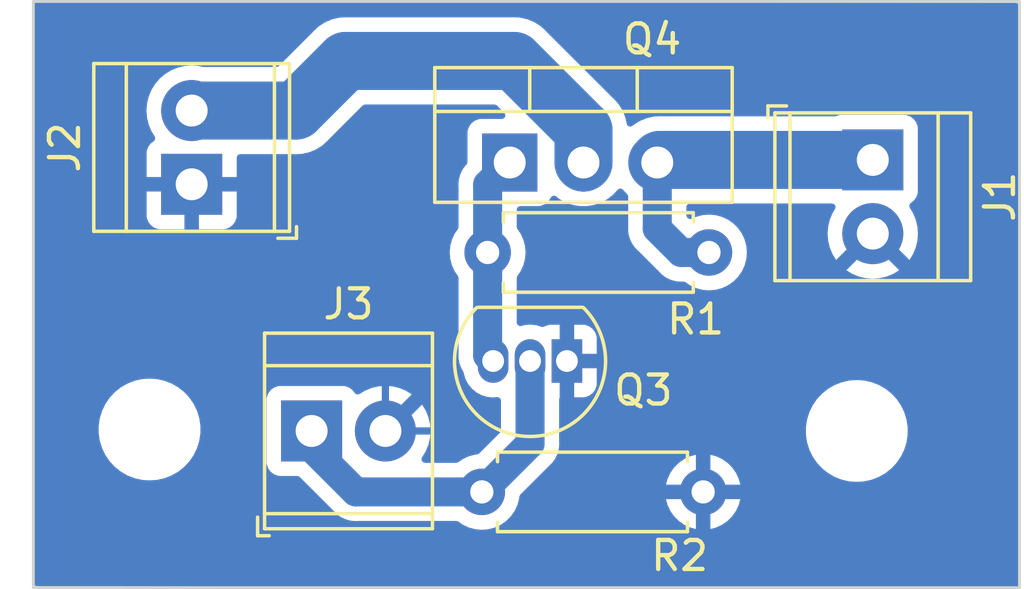
<source format=kicad_pcb>
(kicad_pcb (version 20240108) (generator "pcbnew") (generator_version "8.0")
  (layers (0 "F.Cu" signal) (31 "B.Cu" signal) (34 "B.Paste" user) (35 "F.Paste" user) (36 "B.SilkS" user "B.Silkscreen") (37 "F.SilkS" user "F.Silkscreen") (38 "B.Mask" user) (39 "F.Mask" user) (44 "Edge.Cuts" user))
  (net 0 "")
  (net 1 "Net-(J1-Pin_1)")
  (net 2 "GND")
  (net 3 "Net-(J2-Pin_2)")
  (net 4 "Net-(J3-Pin_1)")
  (net 5 "Net-(Q3-D)")
  (footprint "Resistor_THT:R_Axial_DIN0207_L6.3mm_D2.5mm_P7.62mm_Horizontal" (layer "F.Cu") (at 108.61 50.1 180)
    (property "Reference" "R1" (at 0.46 -2.3 0) (layer "F.SilkS"))
    (property "Value" "100k")
    (fp_line (start 7.08 1.37) (end 7.08 1.04) (stroke (width 0.12)) (layer "F.SilkS"))
    (fp_line (start 7.08 -1.37) (end 7.08 -1.04) (stroke (width 0.12)) (layer "F.SilkS"))
    (fp_line (start 0.54 1.37) (end 7.08 1.37) (stroke (width 0.12)) (layer "F.SilkS"))
    (fp_line (start 0.54 1.04) (end 0.54 1.37) (stroke (width 0.12)) (layer "F.SilkS"))
    (fp_line (start 0.54 -1.04) (end 0.54 -1.37) (stroke (width 0.12)) (layer "F.SilkS"))
    (fp_line (start 0.54 -1.37) (end 7.08 -1.37) (stroke (width 0.12)) (layer "F.SilkS"))
    (pad "1" thru_hole circle (at 0 0 180) (size 1.6 1.6) (drill 0.8) (layers "*.Cu" "*.Mask") (net 1 "Net-(J1-Pin_1)"))
    (pad "2" thru_hole oval (at 7.62 0 180) (size 1.6 1.6) (drill 0.8) (layers "*.Cu" "*.Mask") (net 5 "Net-(Q3-D)"))
  )
  (footprint "MountingHole:MountingHole_3mm" (layer "F.Cu") (at 113.7 56.25)
    (property "Reference" "H2" (hide yes))
    (property "Value" "MountingHole")
    (pad "" np_thru_hole circle (at 0 0) (size 3 3) (drill 3) (layers "*.Cu" "*.Mask"))
  )
  (footprint "TerminalBlock_TE-Connectivity:TerminalBlock_TE_282834-2_1x02_P2.54mm_Horizontal" (layer "F.Cu") (at 114.25 46.91 -90)
    (property "Reference" "J1" (at 1.27 -4.37 90) (layer "F.SilkS"))
    (property "Value" "Conn_01x02_Pin")
    (fp_line (start -1.86 3.61) (end -1.46 3.61) (stroke (width 0.12)) (layer "F.SilkS"))
    (fp_line (start -1.62 3.37) (end 4.16 3.37) (stroke (width 0.12)) (layer "F.SilkS"))
    (fp_line (start -1.86 2.97) (end -1.86 3.61) (stroke (width 0.12)) (layer "F.SilkS"))
    (fp_line (start -1.62 2.85) (end 4.16 2.85) (stroke (width 0.12)) (layer "F.SilkS"))
    (fp_line (start -1.62 -2.25) (end 4.16 -2.25) (stroke (width 0.12)) (layer "F.SilkS"))
    (fp_line (start -1.62 -3.37) (end -1.62 3.37) (stroke (width 0.12)) (layer "F.SilkS"))
    (fp_line (start -1.62 -3.37) (end 4.16 -3.37) (stroke (width 0.12)) (layer "F.SilkS"))
    (fp_line (start 4.16 -3.37) (end 4.16 3.37) (stroke (width 0.12)) (layer "F.SilkS"))
    (pad "1" thru_hole rect (at 0 0 270) (size 2.1 2.1) (drill 1.1) (layers "*.Cu" "*.Mask") (net 1 "Net-(J1-Pin_1)"))
    (pad "2" thru_hole circle (at 2.54 0 270) (size 2.1 2.1) (drill 1.1) (layers "*.Cu" "*.Mask") (net 2 "GND"))
  )
  (footprint "TerminalBlock_TE-Connectivity:TerminalBlock_TE_282834-2_1x02_P2.54mm_Horizontal" (layer "F.Cu") (at 94.93 56.25)
    (property "Reference" "J3" (at 1.27 -4.37 0) (layer "F.SilkS"))
    (property "Value" "Conn_01x02_Pin")
    (fp_line (start -1.86 2.97) (end -1.86 3.61) (stroke (width 0.12)) (layer "F.SilkS"))
    (fp_line (start -1.86 3.61) (end -1.46 3.61) (stroke (width 0.12)) (layer "F.SilkS"))
    (fp_line (start -1.62 -3.37) (end -1.62 3.37) (stroke (width 0.12)) (layer "F.SilkS"))
    (fp_line (start -1.62 -3.37) (end 4.16 -3.37) (stroke (width 0.12)) (layer "F.SilkS"))
    (fp_line (start -1.62 -2.25) (end 4.16 -2.25) (stroke (width 0.12)) (layer "F.SilkS"))
    (fp_line (start -1.62 2.85) (end 4.16 2.85) (stroke (width 0.12)) (layer "F.SilkS"))
    (fp_line (start -1.62 3.37) (end 4.16 3.37) (stroke (width 0.12)) (layer "F.SilkS"))
    (fp_line (start 4.16 -3.37) (end 4.16 3.37) (stroke (width 0.12)) (layer "F.SilkS"))
    (pad "1" thru_hole rect (at 0 0) (size 2.1 2.1) (drill 1.1) (layers "*.Cu" "*.Mask") (net 4 "Net-(J3-Pin_1)"))
    (pad "2" thru_hole circle (at 2.54 0) (size 2.1 2.1) (drill 1.1) (layers "*.Cu" "*.Mask") (net 2 "GND"))
  )
  (footprint "Resistor_THT:R_Axial_DIN0207_L6.3mm_D2.5mm_P7.62mm_Horizontal" (layer "F.Cu") (at 100.79 58.35)
    (property "Reference" "R2" (at 6.81 2.2 0) (layer "F.SilkS"))
    (property "Value" "100k")
    (fp_line (start 0.54 -1.37) (end 7.08 -1.37) (stroke (width 0.12)) (layer "F.SilkS"))
    (fp_line (start 0.54 -1.04) (end 0.54 -1.37) (stroke (width 0.12)) (layer "F.SilkS"))
    (fp_line (start 0.54 1.04) (end 0.54 1.37) (stroke (width 0.12)) (layer "F.SilkS"))
    (fp_line (start 0.54 1.37) (end 7.08 1.37) (stroke (width 0.12)) (layer "F.SilkS"))
    (fp_line (start 7.08 -1.37) (end 7.08 -1.04) (stroke (width 0.12)) (layer "F.SilkS"))
    (fp_line (start 7.08 1.37) (end 7.08 1.04) (stroke (width 0.12)) (layer "F.SilkS"))
    (pad "1" thru_hole circle (at 0 0) (size 1.6 1.6) (drill 0.8) (layers "*.Cu" "*.Mask") (net 4 "Net-(J3-Pin_1)"))
    (pad "2" thru_hole oval (at 7.62 0) (size 1.6 1.6) (drill 0.8) (layers "*.Cu" "*.Mask") (net 2 "GND"))
  )
  (footprint "TerminalBlock_TE-Connectivity:TerminalBlock_TE_282834-2_1x02_P2.54mm_Horizontal" (layer "F.Cu") (at 90.8 47.75 90)
    (property "Reference" "J2" (at 1.27 -4.37 90) (layer "F.SilkS"))
    (property "Value" "Conn_01x02_Pin" (hide yes))
    (fp_line (start 4.16 -3.37) (end 4.16 3.37) (stroke (width 0.12)) (layer "F.SilkS"))
    (fp_line (start -1.62 -3.37) (end 4.16 -3.37) (stroke (width 0.12)) (layer "F.SilkS"))
    (fp_line (start -1.62 -3.37) (end -1.62 3.37) (stroke (width 0.12)) (layer "F.SilkS"))
    (fp_line (start -1.62 -2.25) (end 4.16 -2.25) (stroke (width 0.12)) (layer "F.SilkS"))
    (fp_line (start -1.62 2.85) (end 4.16 2.85) (stroke (width 0.12)) (layer "F.SilkS"))
    (fp_line (start -1.86 2.97) (end -1.86 3.61) (stroke (width 0.12)) (layer "F.SilkS"))
    (fp_line (start -1.62 3.37) (end 4.16 3.37) (stroke (width 0.12)) (layer "F.SilkS"))
    (fp_line (start -1.86 3.61) (end -1.46 3.61) (stroke (width 0.12)) (layer "F.SilkS"))
    (pad "1" thru_hole rect (at 0 0 90) (size 2.1 2.1) (drill 1.1) (layers "*.Cu" "*.Mask") (net 2 "GND"))
    (pad "2" thru_hole circle (at 2.54 0 90) (size 2.1 2.1) (drill 1.1) (layers "*.Cu" "*.Mask") (net 3 "Net-(J2-Pin_2)"))
  )
  (footprint "Package_TO_SOT_THT:TO-220-3_Vertical" (layer "F.Cu") (at 101.75 47)
    (property "Reference" "Q4" (at 4.9 -4.25 0) (layer "F.SilkS"))
    (property "Value" "IRF4905")
    (fp_line (start -2.58 -3.27) (end -2.58 1.371) (stroke (width 0.12)) (layer "F.SilkS"))
    (fp_line (start -2.58 -3.27) (end 7.66 -3.27) (stroke (width 0.12)) (layer "F.SilkS"))
    (fp_line (start -2.58 -1.76) (end 7.66 -1.76) (stroke (width 0.12)) (layer "F.SilkS"))
    (fp_line (start -2.58 1.371) (end 7.66 1.371) (stroke (width 0.12)) (layer "F.SilkS"))
    (fp_line (start 0.69 -3.27) (end 0.69 -1.76) (stroke (width 0.12)) (layer "F.SilkS"))
    (fp_line (start 4.391 -3.27) (end 4.391 -1.76) (stroke (width 0.12)) (layer "F.SilkS"))
    (fp_line (start 7.66 -3.27) (end 7.66 1.371) (stroke (width 0.12)) (layer "F.SilkS"))
    (pad "1" thru_hole rect (at 0 0) (size 1.905 2) (drill 1.1) (layers "*.Cu" "*.Mask") (net 5 "Net-(Q3-D)"))
    (pad "2" thru_hole oval (at 2.54 0) (size 1.905 2) (drill 1.1) (layers "*.Cu" "*.Mask") (net 3 "Net-(J2-Pin_2)"))
    (pad "3" thru_hole oval (at 5.08 0) (size 1.905 2) (drill 1.1) (layers "*.Cu" "*.Mask") (net 1 "Net-(J1-Pin_1)"))
  )
  (footprint "MountingHole:MountingHole_3mm" (layer "F.Cu") (at 89.35 56.2)
    (property "Reference" "H1" (hide yes))
    (property "Value" "MountingHole")
    (pad "" np_thru_hole circle (at 0 0) (size 3 3) (drill 3) (layers "*.Cu" "*.Mask"))
  )
  (footprint "Package_TO_SOT_THT:TO-92_Inline" (layer "F.Cu") (at 103.72 53.84 180)
    (property "Reference" "Q3" (at -2.63 -1.01 0) (layer "F.SilkS"))
    (property "Value" "2N7000" (hide yes))
    (fp_line (start -0.53 1.85) (end 3.07 1.85) (stroke (width 0.12)) (layer "F.SilkS"))
    (fp_arc (start 1.27 -2.6) (mid 3.672087 -0.994977) (end 3.108478 1.838478) (stroke (width 0.12)) (layer "F.SilkS"))
    (fp_arc (start -0.568478 1.838478) (mid -1.132087 -0.994977) (end 1.27 -2.6) (stroke (width 0.12)) (layer "F.SilkS"))
    (pad "1" thru_hole rect (at 0 0 180) (size 1.05 1.5) (drill 0.75) (layers "*.Cu" "*.Mask") (net 2 "GND"))
    (pad "2" thru_hole oval (at 1.27 0 180) (size 1.05 1.5) (drill 0.75) (layers "*.Cu" "*.Mask") (net 4 "Net-(J3-Pin_1)"))
    (pad "3" thru_hole oval (at 2.54 0 180) (size 1.05 1.5) (drill 0.75) (layers "*.Cu" "*.Mask") (net 5 "Net-(Q3-D)"))
  )
  (gr_rect (start 85.35 41.45) (end 119.3 61.65) (stroke (width 0.1)) (fill none) (layer "Edge.Cuts"))
  (segment (start 108.61 50.1) (end 107.65 50.1) (width 1) (layer "B.Cu") (net 1))
  (segment (start 114.25 46.91) (end 106.92 46.91) (width 2) (layer "B.Cu") (net 1))
  (segment (start 106.92 46.91) (end 106.83 47) (width 2) (layer "B.Cu") (net 1))
  (segment (start 106.83 49.28) (end 106.83 47) (width 1) (layer "B.Cu") (net 1))
  (segment (start 107.65 50.1) (end 106.83 49.28) (width 1) (layer "B.Cu") (net 1))
  (segment (start 97.47 54.03) (end 97.55 53.95) (width 0.25) (layer "B.Cu") (net 2))
  (segment (start 97.47 56.25) (end 97.47 54.03) (width 0.25) (layer "B.Cu") (net 2))
  (segment (start 97.47 56.25) (end 99.3 56.25) (width 0.25) (layer "B.Cu") (net 2))
  (segment (start 99.3 56.25) (end 99.35 56.2) (width 0.25) (layer "B.Cu") (net 2))
  (segment (start 90.8 45.21) (end 94.39 45.21) (width 2) (layer "B.Cu") (net 3))
  (segment (start 96.1 43.5) (end 101.899556 43.5) (width 2) (layer "B.Cu") (net 3))
  (segment (start 101.899556 43.5) (end 104.29 45.890444) (width 2) (layer "B.Cu") (net 3))
  (segment (start 94.39 45.21) (end 96.1 43.5) (width 2) (layer "B.Cu") (net 3))
  (segment (start 104.29 45.890444) (end 104.29 47) (width 2) (layer "B.Cu") (net 3))
  (segment (start 102.45 53.84) (end 102.45 56.69) (width 1) (layer "B.Cu") (net 4))
  (segment (start 96.45 58.35) (end 100.79 58.35) (width 1) (layer "B.Cu") (net 4))
  (segment (start 94.93 56.25) (end 94.93 56.83) (width 1) (layer "B.Cu") (net 4))
  (segment (start 102.45 56.69) (end 100.79 58.35) (width 1) (layer "B.Cu") (net 4))
  (segment (start 94.93 56.83) (end 96.45 58.35) (width 1) (layer "B.Cu") (net 4))
  (segment (start 100.99 47.76) (end 101.75 47) (width 1) (layer "B.Cu") (net 5))
  (segment (start 100.99 50.1) (end 100.99 53.65) (width 1) (layer "B.Cu") (net 5))
  (segment (start 100.99 50.1) (end 100.99 47.76) (width 1) (layer "B.Cu") (net 5))
  (segment (start 100.99 53.65) (end 101.18 53.84) (width 1) (layer "B.Cu") (net 5))
  (zone (net 2) (net_name "GND") (layer "B.Cu") (connect_pads (clearance 0.5)) (min_thickness 0.25) (fill yes (thermal_gap 0.5) (thermal_bridge_width 0.5))
    (polygon (pts (xy 119.3 41.5) (xy 85.35 41.45) (xy 85.35 61.6) (xy 119.3 61.65)))
  )
)
</source>
